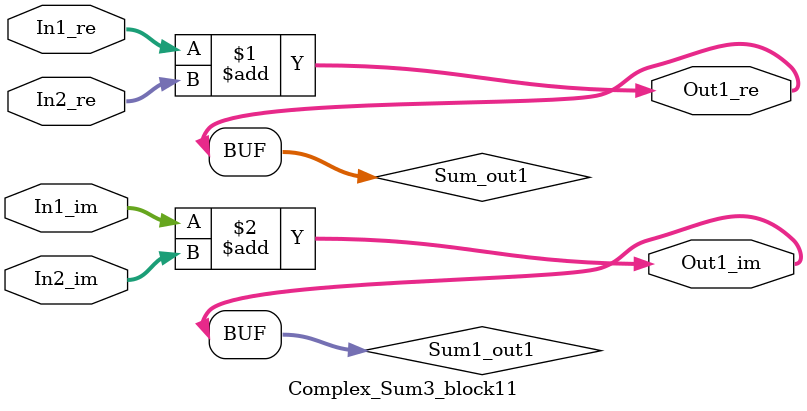
<source format=v>



`timescale 1 ns / 1 ns

module Complex_Sum3_block11
          (In1_re,
           In1_im,
           In2_re,
           In2_im,
           Out1_re,
           Out1_im);


  input   signed [36:0] In1_re;  // sfix37_En22
  input   signed [36:0] In1_im;  // sfix37_En22
  input   signed [36:0] In2_re;  // sfix37_En22
  input   signed [36:0] In2_im;  // sfix37_En22
  output  signed [36:0] Out1_re;  // sfix37_En22
  output  signed [36:0] Out1_im;  // sfix37_En22


  wire signed [36:0] Sum_out1;  // sfix37_En22
  wire signed [36:0] Sum1_out1;  // sfix37_En22


  assign Sum_out1 = In1_re + In2_re;



  assign Out1_re = Sum_out1;

  assign Sum1_out1 = In1_im + In2_im;



  assign Out1_im = Sum1_out1;

endmodule  // Complex_Sum3_block11


</source>
